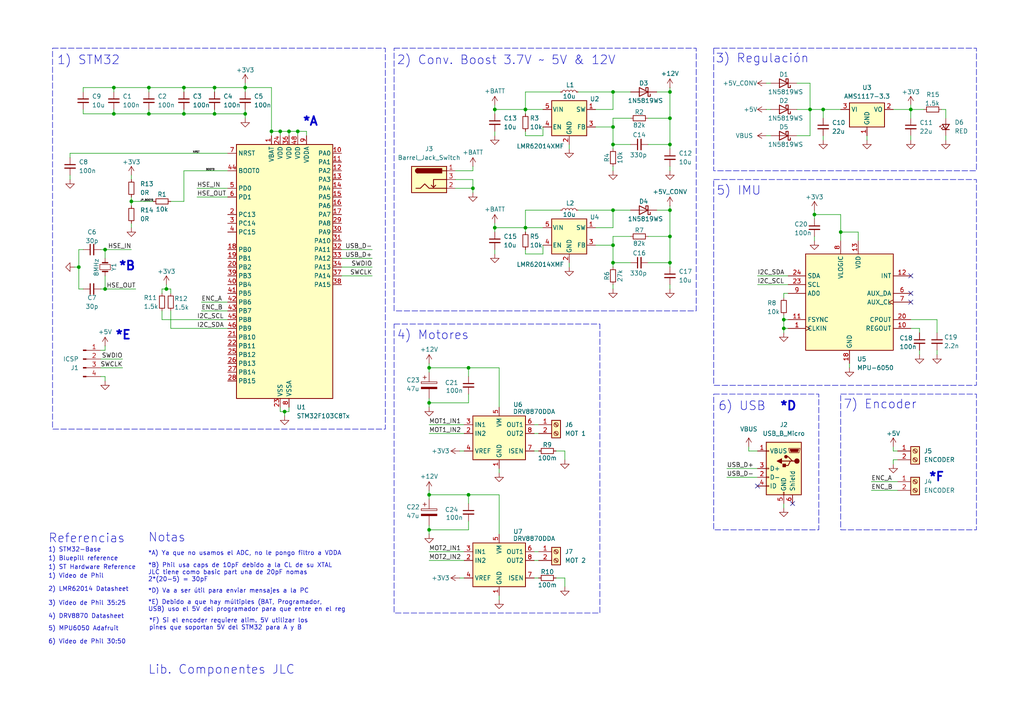
<source format=kicad_sch>
(kicad_sch (version 20231120) (generator "eeschema") (generator_version "8.0")
  (paper "A4")
  (junction (at 124.46 143.51))
  (junction (at 38.1 58.42))
  (junction (at 177.8 26.67))
  (junction (at 135.89 106.68))
  (junction (at 143.51 31.75))
  (junction (at 30.48 72.39))
  (junction (at 124.46 106.68))
  (junction (at 152.4 31.75))
  (junction (at 33.02 33.02))
  (junction (at 194.31 34.29))
  (junction (at 48.26 83.82))
  (junction (at 82.55 119.38))
  (junction (at 81.28 38.1))
  (junction (at 43.18 33.02))
  (junction (at 137.16 54.61))
  (junction (at 78.74 38.1))
  (junction (at 264.16 31.75))
  (junction (at 194.31 68.58))
  (junction (at 71.12 33.02))
  (junction (at 177.8 36.83))
  (junction (at 152.4 66.04))
  (junction (at 194.31 60.96))
  (junction (at 234.95 31.75))
  (junction (at 194.31 26.67))
  (junction (at 83.82 38.1))
  (junction (at 236.22 62.23))
  (junction (at 194.31 76.2))
  (junction (at 243.84 67.31))
  (junction (at 124.46 153.67))
  (junction (at 177.8 71.12))
  (junction (at 177.8 76.2))
  (junction (at 71.12 25.4))
  (junction (at 227.33 95.25))
  (junction (at 177.8 41.91))
  (junction (at 43.18 25.4))
  (junction (at 62.23 25.4))
  (junction (at 177.8 60.96))
  (junction (at 33.02 25.4))
  (junction (at 135.89 143.51))
  (junction (at 53.34 25.4))
  (junction (at 86.36 38.1))
  (junction (at 30.48 83.82))
  (junction (at 143.51 66.04))
  (junction (at 53.34 33.02))
  (junction (at 62.23 33.02))
  (junction (at 194.31 41.91))
  (junction (at 124.46 116.84))
  (junction (at 22.86 77.47))
  (junction (at 238.76 31.75))
  (junction (at 227.33 92.71))
  (no_connect (at 229.87 146.05))
  (no_connect (at 264.16 85.09))
  (no_connect (at 264.16 80.01))
  (no_connect (at 219.71 140.97))
  (no_connect (at 264.16 87.63))
  (wire (pts (xy 234.95 24.13) (xy 234.95 31.75)))
  (wire (pts (xy 22.86 77.47) (xy 22.86 83.82)))
  (wire (pts (xy 35.56 106.68) (xy 29.21 106.68)))
  (wire (pts (xy 71.12 33.02) (xy 71.12 31.75)))
  (wire (pts (xy 30.48 109.22) (xy 30.48 110.49)))
  (wire (pts (xy 177.8 41.91) (xy 177.8 43.18)))
  (wire (pts (xy 124.46 105.41) (xy 124.46 106.68)))
  (wire (pts (xy 152.4 31.75) (xy 152.4 33.02)))
  (wire (pts (xy 217.17 130.81) (xy 217.17 129.54)))
  (wire (pts (xy 33.02 31.75) (xy 33.02 33.02)))
  (wire (pts (xy 38.1 72.39) (xy 30.48 72.39)))
  (wire (pts (xy 152.4 60.96) (xy 162.56 60.96)))
  (wire (pts (xy 251.46 39.37) (xy 251.46 40.64)))
  (wire (pts (xy 177.8 76.2) (xy 177.8 77.47)))
  (wire (pts (xy 157.48 71.12) (xy 157.48 73.66)))
  (wire (pts (xy 78.74 38.1) (xy 81.28 38.1)))
  (wire (pts (xy 33.02 33.02) (xy 43.18 33.02)))
  (wire (pts (xy 177.8 76.2) (xy 177.8 71.12)))
  (wire (pts (xy 86.36 38.1) (xy 88.9 38.1)))
  (wire (pts (xy 62.23 25.4) (xy 71.12 25.4)))
  (wire (pts (xy 248.92 67.31) (xy 248.92 69.85)))
  (wire (pts (xy 133.35 130.81) (xy 134.62 130.81)))
  (wire (pts (xy 35.56 104.14) (xy 29.21 104.14)))
  (wire (pts (xy 38.1 64.77) (xy 38.1 66.04)))
  (wire (pts (xy 234.95 39.37) (xy 234.95 31.75)))
  (wire (pts (xy 24.13 33.02) (xy 33.02 33.02)))
  (wire (pts (xy 46.99 83.82) (xy 48.26 83.82)))
  (wire (pts (xy 124.46 153.67) (xy 124.46 154.94)))
  (wire (pts (xy 30.48 80.01) (xy 30.48 83.82)))
  (wire (pts (xy 190.5 26.67) (xy 194.31 26.67)))
  (wire (pts (xy 157.48 36.83) (xy 157.48 39.37)))
  (wire (pts (xy 144.78 143.51) (xy 135.89 143.51)))
  (wire (pts (xy 57.15 57.15) (xy 66.04 57.15)))
  (wire (pts (xy 236.22 62.23) (xy 236.22 63.5)))
  (wire (pts (xy 132.08 49.53) (xy 137.16 49.53)))
  (wire (pts (xy 152.4 31.75) (xy 152.4 26.67)))
  (wire (pts (xy 124.46 116.84) (xy 124.46 118.11)))
  (wire (pts (xy 194.31 76.2) (xy 194.31 77.47)))
  (wire (pts (xy 137.16 52.07) (xy 137.16 54.61)))
  (wire (pts (xy 264.16 31.75) (xy 264.16 34.29)))
  (wire (pts (xy 99.06 77.47) (xy 107.95 77.47)))
  (wire (pts (xy 86.36 38.1) (xy 83.82 38.1)))
  (wire (pts (xy 264.16 39.37) (xy 264.16 40.64)))
  (wire (pts (xy 259.08 31.75) (xy 264.16 31.75)))
  (wire (pts (xy 234.95 31.75) (xy 238.76 31.75)))
  (wire (pts (xy 252.73 139.7) (xy 260.35 139.7)))
  (wire (pts (xy 252.73 142.24) (xy 260.35 142.24)))
  (wire (pts (xy 227.33 146.05) (xy 227.33 147.32)))
  (wire (pts (xy 33.02 25.4) (xy 33.02 26.67)))
  (wire (pts (xy 81.28 38.1) (xy 81.28 39.37)))
  (wire (pts (xy 246.38 105.41) (xy 246.38 106.68)))
  (wire (pts (xy 53.34 58.42) (xy 53.34 49.53)))
  (wire (pts (xy 210.82 138.43) (xy 219.71 138.43)))
  (wire (pts (xy 152.4 31.75) (xy 157.48 31.75)))
  (wire (pts (xy 135.89 114.3) (xy 135.89 116.84)))
  (wire (pts (xy 124.46 142.24) (xy 124.46 143.51)))
  (wire (pts (xy 86.36 39.37) (xy 86.36 38.1)))
  (wire (pts (xy 157.48 39.37) (xy 152.4 39.37)))
  (wire (pts (xy 58.42 90.17) (xy 66.04 90.17)))
  (wire (pts (xy 264.16 95.25) (xy 266.7 95.25)))
  (wire (pts (xy 259.08 133.35) (xy 259.08 134.62)))
  (wire (pts (xy 177.8 34.29) (xy 177.8 36.83)))
  (wire (pts (xy 177.8 71.12) (xy 172.72 71.12)))
  (wire (pts (xy 227.33 95.25) (xy 227.33 92.71)))
  (wire (pts (xy 137.16 49.53) (xy 137.16 48.26)))
  (wire (pts (xy 274.32 39.37) (xy 274.32 40.64)))
  (wire (pts (xy 238.76 31.75) (xy 243.84 31.75)))
  (wire (pts (xy 22.86 72.39) (xy 22.86 77.47)))
  (wire (pts (xy 177.8 26.67) (xy 182.88 26.67)))
  (wire (pts (xy 236.22 68.58) (xy 236.22 69.85)))
  (wire (pts (xy 49.53 83.82) (xy 49.53 85.09)))
  (wire (pts (xy 167.64 26.67) (xy 177.8 26.67)))
  (wire (pts (xy 143.51 30.48) (xy 143.51 31.75)))
  (wire (pts (xy 177.8 66.04) (xy 177.8 60.96)))
  (wire (pts (xy 194.31 82.55) (xy 194.31 83.82)))
  (wire (pts (xy 260.35 130.81) (xy 259.08 130.81)))
  (wire (pts (xy 124.46 106.68) (xy 124.46 107.95)))
  (wire (pts (xy 49.53 95.25) (xy 49.53 90.17)))
  (wire (pts (xy 29.21 109.22) (xy 30.48 109.22)))
  (wire (pts (xy 99.06 74.93) (xy 107.95 74.93)))
  (wire (pts (xy 231.14 31.75) (xy 234.95 31.75)))
  (wire (pts (xy 152.4 73.66) (xy 152.4 72.39)))
  (wire (pts (xy 20.32 50.8) (xy 20.32 52.07)))
  (wire (pts (xy 99.06 80.01) (xy 107.95 80.01)))
  (wire (pts (xy 71.12 33.02) (xy 71.12 34.29)))
  (wire (pts (xy 46.99 85.09) (xy 46.99 83.82)))
  (wire (pts (xy 78.74 39.37) (xy 78.74 38.1)))
  (wire (pts (xy 143.51 66.04) (xy 143.51 67.31)))
  (wire (pts (xy 259.08 130.81) (xy 259.08 129.54)))
  (wire (pts (xy 124.46 115.57) (xy 124.46 116.84)))
  (wire (pts (xy 53.34 25.4) (xy 62.23 25.4)))
  (wire (pts (xy 182.88 41.91) (xy 177.8 41.91)))
  (wire (pts (xy 177.8 41.91) (xy 177.8 36.83)))
  (wire (pts (xy 82.55 119.38) (xy 81.28 119.38)))
  (wire (pts (xy 222.25 39.37) (xy 223.52 39.37)))
  (wire (pts (xy 227.33 91.44) (xy 227.33 92.71)))
  (wire (pts (xy 243.84 67.31) (xy 248.92 67.31)))
  (wire (pts (xy 43.18 31.75) (xy 43.18 33.02)))
  (wire (pts (xy 48.26 83.82) (xy 49.53 83.82)))
  (wire (pts (xy 71.12 25.4) (xy 78.74 25.4)))
  (wire (pts (xy 124.46 125.73) (xy 134.62 125.73)))
  (wire (pts (xy 29.21 101.6) (xy 30.48 101.6)))
  (wire (pts (xy 154.94 123.19) (xy 156.21 123.19)))
  (wire (pts (xy 165.1 76.2) (xy 165.1 77.47)))
  (wire (pts (xy 238.76 39.37) (xy 238.76 40.64)))
  (wire (pts (xy 135.89 106.68) (xy 135.89 109.22)))
  (wire (pts (xy 236.22 62.23) (xy 243.84 62.23)))
  (wire (pts (xy 124.46 153.67) (xy 135.89 153.67)))
  (wire (pts (xy 271.78 101.6) (xy 271.78 102.87)))
  (wire (pts (xy 81.28 38.1) (xy 83.82 38.1)))
  (wire (pts (xy 266.7 95.25) (xy 266.7 96.52)))
  (wire (pts (xy 53.34 49.53) (xy 66.04 49.53)))
  (wire (pts (xy 38.1 57.15) (xy 38.1 58.42)))
  (wire (pts (xy 124.46 116.84) (xy 135.89 116.84)))
  (wire (pts (xy 243.84 67.31) (xy 243.84 69.85)))
  (wire (pts (xy 152.4 66.04) (xy 152.4 60.96)))
  (wire (pts (xy 177.8 60.96) (xy 182.88 60.96)))
  (wire (pts (xy 144.78 118.11) (xy 144.78 106.68)))
  (wire (pts (xy 53.34 33.02) (xy 62.23 33.02)))
  (wire (pts (xy 264.16 31.75) (xy 267.97 31.75)))
  (wire (pts (xy 82.55 119.38) (xy 83.82 119.38)))
  (wire (pts (xy 228.6 95.25) (xy 227.33 95.25)))
  (wire (pts (xy 124.46 143.51) (xy 135.89 143.51)))
  (wire (pts (xy 194.31 68.58) (xy 194.31 76.2)))
  (wire (pts (xy 165.1 41.91) (xy 165.1 43.18)))
  (wire (pts (xy 22.86 72.39) (xy 24.13 72.39)))
  (wire (pts (xy 177.8 48.26) (xy 177.8 49.53)))
  (wire (pts (xy 182.88 68.58) (xy 177.8 68.58)))
  (wire (pts (xy 177.8 82.55) (xy 177.8 83.82)))
  (wire (pts (xy 132.08 54.61) (xy 137.16 54.61)))
  (wire (pts (xy 161.29 167.64) (xy 163.83 167.64)))
  (wire (pts (xy 194.31 60.96) (xy 194.31 68.58)))
  (wire (pts (xy 124.46 123.19) (xy 134.62 123.19)))
  (wire (pts (xy 124.46 160.02) (xy 134.62 160.02)))
  (wire (pts (xy 57.15 54.61) (xy 66.04 54.61)))
  (wire (pts (xy 143.51 31.75) (xy 143.51 33.02)))
  (wire (pts (xy 227.33 95.25) (xy 227.33 96.52)))
  (wire (pts (xy 24.13 25.4) (xy 33.02 25.4)))
  (wire (pts (xy 58.42 87.63) (xy 66.04 87.63)))
  (wire (pts (xy 53.34 31.75) (xy 53.34 33.02)))
  (wire (pts (xy 194.31 48.26) (xy 194.31 49.53)))
  (wire (pts (xy 48.26 82.55) (xy 48.26 83.82)))
  (wire (pts (xy 194.31 41.91) (xy 194.31 43.18)))
  (wire (pts (xy 144.78 172.72) (xy 144.78 173.99)))
  (wire (pts (xy 143.51 31.75) (xy 152.4 31.75)))
  (wire (pts (xy 43.18 25.4) (xy 43.18 26.67)))
  (wire (pts (xy 154.94 125.73) (xy 156.21 125.73)))
  (wire (pts (xy 182.88 34.29) (xy 177.8 34.29)))
  (wire (pts (xy 143.51 72.39) (xy 143.51 73.66)))
  (wire (pts (xy 163.83 130.81) (xy 163.83 133.35)))
  (wire (pts (xy 154.94 160.02) (xy 156.21 160.02)))
  (wire (pts (xy 187.96 41.91) (xy 194.31 41.91)))
  (wire (pts (xy 83.82 118.11) (xy 83.82 119.38)))
  (wire (pts (xy 135.89 151.13) (xy 135.89 153.67)))
  (wire (pts (xy 274.32 31.75) (xy 274.32 34.29)))
  (wire (pts (xy 177.8 31.75) (xy 177.8 26.67)))
  (wire (pts (xy 30.48 72.39) (xy 30.48 74.93)))
  (wire (pts (xy 219.71 130.81) (xy 217.17 130.81)))
  (wire (pts (xy 152.4 66.04) (xy 157.48 66.04)))
  (wire (pts (xy 152.4 66.04) (xy 152.4 67.31)))
  (wire (pts (xy 187.96 76.2) (xy 194.31 76.2)))
  (wire (pts (xy 264.16 30.48) (xy 264.16 31.75)))
  (wire (pts (xy 124.46 162.56) (xy 134.62 162.56)))
  (wire (pts (xy 88.9 38.1) (xy 88.9 39.37)))
  (wire (pts (xy 236.22 60.96) (xy 236.22 62.23)))
  (wire (pts (xy 238.76 34.29) (xy 238.76 31.75)))
  (wire (pts (xy 144.78 106.68) (xy 135.89 106.68)))
  (wire (pts (xy 71.12 24.13) (xy 71.12 25.4)))
  (wire (pts (xy 44.45 58.42) (xy 38.1 58.42)))
  (wire (pts (xy 29.21 72.39) (xy 30.48 72.39)))
  (wire (pts (xy 133.35 167.64) (xy 134.62 167.64)))
  (wire (pts (xy 152.4 39.37) (xy 152.4 38.1)))
  (wire (pts (xy 144.78 135.89) (xy 144.78 137.16)))
  (wire (pts (xy 161.29 130.81) (xy 163.83 130.81)))
  (wire (pts (xy 163.83 167.64) (xy 163.83 170.18)))
  (wire (pts (xy 33.02 25.4) (xy 43.18 25.4)))
  (wire (pts (xy 78.74 25.4) (xy 78.74 38.1)))
  (wire (pts (xy 266.7 101.6) (xy 266.7 102.87)))
  (wire (pts (xy 194.31 59.69) (xy 194.31 60.96)))
  (wire (pts (xy 71.12 25.4) (xy 71.12 26.67)))
  (wire (pts (xy 46.99 92.71) (xy 66.04 92.71)))
  (wire (pts (xy 62.23 31.75) (xy 62.23 33.02)))
  (wire (pts (xy 143.51 38.1) (xy 143.51 39.37)))
  (wire (pts (xy 273.05 31.75) (xy 274.32 31.75)))
  (wire (pts (xy 124.46 152.4) (xy 124.46 153.67)))
  (wire (pts (xy 177.8 68.58) (xy 177.8 71.12)))
  (wire (pts (xy 21.59 77.47) (xy 22.86 77.47)))
  (wire (pts (xy 30.48 83.82) (xy 39.37 83.82)))
  (wire (pts (xy 228.6 85.09) (xy 227.33 85.09)))
  (wire (pts (xy 194.31 25.4) (xy 194.31 26.67)))
  (wire (pts (xy 124.46 143.51) (xy 124.46 144.78)))
  (wire (pts (xy 135.89 143.51) (xy 135.89 146.05)))
  (wire (pts (xy 43.18 33.02) (xy 53.34 33.02)))
  (wire (pts (xy 124.46 106.68) (xy 135.89 106.68)))
  (wire (pts (xy 30.48 101.6) (xy 30.48 100.33)))
  (wire (pts (xy 190.5 60.96) (xy 194.31 60.96)))
  (wire (pts (xy 187.96 34.29) (xy 194.31 34.29)))
  (wire (pts (xy 46.99 92.71) (xy 46.99 90.17)))
  (wire (pts (xy 194.31 34.29) (xy 194.31 41.91)))
  (wire (pts (xy 62.23 33.02) (xy 71.12 33.02)))
  (wire (pts (xy 194.31 26.67) (xy 194.31 34.29)))
  (wire (pts (xy 20.32 44.45) (xy 66.04 44.45)))
  (wire (pts (xy 132.08 52.07) (xy 137.16 52.07)))
  (wire (pts (xy 83.82 39.37) (xy 83.82 38.1)))
  (wire (pts (xy 231.14 24.13) (xy 234.95 24.13)))
  (wire (pts (xy 24.13 83.82) (xy 22.86 83.82)))
  (wire (pts (xy 182.88 76.2) (xy 177.8 76.2)))
  (wire (pts (xy 231.14 39.37) (xy 234.95 39.37)))
  (wire (pts (xy 20.32 45.72) (xy 20.32 44.45)))
  (wire (pts (xy 144.78 154.94) (xy 144.78 143.51)))
  (wire (pts (xy 172.72 31.75) (xy 177.8 31.75)))
  (wire (pts (xy 154.94 130.81) (xy 156.21 130.81)))
  (wire (pts (xy 222.25 31.75) (xy 223.52 31.75)))
  (wire (pts (xy 24.13 26.67) (xy 24.13 25.4)))
  (wire (pts (xy 38.1 50.8) (xy 38.1 52.07)))
  (wire (pts (xy 99.06 72.39) (xy 107.95 72.39)))
  (wire (pts (xy 49.53 58.42) (xy 53.34 58.42)))
  (wire (pts (xy 227.33 85.09) (xy 227.33 86.36)))
  (wire (pts (xy 219.71 80.01) (xy 228.6 80.01)))
  (wire (pts (xy 187.96 68.58) (xy 194.31 68.58)))
  (wire (pts (xy 157.48 73.66) (xy 152.4 73.66)))
  (wire (pts (xy 43.18 25.4) (xy 53.34 25.4)))
  (wire (pts (xy 81.28 119.38) (xy 81.28 118.11)))
  (wire (pts (xy 172.72 66.04) (xy 177.8 66.04)))
  (wire (pts (xy 30.48 83.82) (xy 29.21 83.82)))
  (wire (pts (xy 227.33 92.71) (xy 228.6 92.71)))
  (wire (pts (xy 154.94 162.56) (xy 156.21 162.56)))
  (wire (pts (xy 82.55 120.65) (xy 82.55 119.38)))
  (wire (pts (xy 271.78 96.52) (xy 271.78 92.71)))
  (wire (pts (xy 177.8 36.83) (xy 172.72 36.83)))
  (wire (pts (xy 167.64 60.96) (xy 177.8 60.96)))
  (wire (pts (xy 219.71 82.55) (xy 228.6 82.55)))
  (wire (pts (xy 154.94 167.64) (xy 156.21 167.64)))
  (wire (pts (xy 24.13 31.75) (xy 24.13 33.02)))
  (wire (pts (xy 49.53 95.25) (xy 66.04 95.25)))
  (wire (pts (xy 62.23 25.4) (xy 62.23 26.67)))
  (wire (pts (xy 143.51 66.04) (xy 152.4 66.04)))
  (wire (pts (xy 260.35 133.35) (xy 259.08 133.35)))
  (wire (pts (xy 222.25 24.13) (xy 223.52 24.13)))
  (wire (pts (xy 53.34 25.4) (xy 53.34 26.67)))
  (wire (pts (xy 210.82 135.89) (xy 219.71 135.89)))
  (wire (pts (xy 143.51 64.77) (xy 143.51 66.04)))
  (wire (pts (xy 152.4 26.67) (xy 162.56 26.67)))
  (wire (pts (xy 38.1 58.42) (xy 38.1 59.69)))
  (wire (pts (xy 137.16 54.61) (xy 137.16 55.88)))
  (wire (pts (xy 243.84 62.23) (xy 243.84 67.31)))
  (wire (pts (xy 271.78 92.71) (xy 264.16 92.71)))
  (rectangle (start 243.84 114.3) (end 283.21 153.67) (stroke (width 0) (type dash)))
  (rectangle (start 114.3 93.98) (end 173.99 177.8) (stroke (width 0) (type dash)))
  (rectangle (start 15.24 13.97) (end 111.76 124.46) (stroke (width 0) (type dash)))
  (rectangle (start 114.3 13.97) (end 201.93 90.17) (stroke (width 0) (type dash)))
  (rectangle (start 207.01 52.07) (end 283.21 111.76) (stroke (width 0) (type dash)))
  (rectangle (start 207.01 13.97) (end 283.21 49.53) (stroke (width 0) (type dash)))
  (rectangle (start 207.01 114.3) (end 237.49 153.67) (stroke (width 0) (type dash)))
  (text "Lib. Componentes JLC" (at 42.926 195.834 0) (effects (font (size 2.54 2.54)) (justify left bottom)))
  (text "1) Bluepill reference" (at 13.97 162.814 0) (effects (font (size 1.27 1.27)) (justify left bottom)))
  (text "1) STM32-Base" (at 13.97 160.274 0) (effects (font (size 1.27 1.27)) (justify left bottom)))
  (text "4) DRV8870 Datasheet" (at 13.97 179.578 0) (effects (font (size 1.27 1.27)) (justify left bottom)))
  (text "*A) Ya que no usamos el ADC, no le pongo filtro a VDDA" (at 42.926 161.29 0) (effects (font (size 1.27 1.27)) (justify left bottom)))
  (text "*B) Phil usa caps de 10pF debido a la CL de su XTAL\nJLC tiene como basic part una de 20pF nomas\n2*(20-5) = 30pF" (at 42.926 168.91 0) (effects (font (size 1.27 1.27)) (justify left bottom)))
  (text "*F) Si el encoder requiere alim. 5V utilizar los\npines que soportan 5V del STM32 para A y B\n" (at 43.18 182.88 0) (effects (font (size 1.27 1.27)) (justify left bottom)))
  (text "*A" (at 87.63 36.83 0) (effects (font (size 2.54 2.54) (thickness 0.508) (bold yes)) (justify left bottom)))
  (text "6) USB" (at 208.28 119.38 0) (effects (font (size 2.54 2.54)) (justify left bottom)))
  (text "*D" (at 226.06 119.38 0) (effects (font (size 2.54 2.54) (thickness 0.508) (bold yes)) (justify left bottom)))
  (text "7) Encoder" (at 244.602 118.872 0) (effects (font (size 2.54 2.54)) (justify left bottom)))
  (text "5) MPU6050 Adafruit" (at 13.97 183.134 0) (effects (font (size 1.27 1.27)) (justify left bottom)))
  (text "3) Regulación" (at 207.518 18.542 0) (effects (font (size 2.54 2.54)) (justify left bottom)))
  (text "*E) Debido a que hay múltiples (BAT, Programador,\nUSB) uso el 5V del programador para que entre en el reg" (at 42.926 177.546 0) (effects (font (size 1.27 1.27)) (justify left bottom)))
  (text "2) LMR62014 Datasheet" (at 13.97 171.704 0) (effects (font (size 1.27 1.27)) (justify left bottom)))
  (text "*B" (at 34.29 78.74 0) (effects (font (size 2.54 2.54) (thickness 0.508) (bold yes)) (justify left bottom)))
  (text "*F" (at 269.24 139.954 0) (effects (font (size 2.54 2.54) (thickness 0.508) (bold yes)) (justify left bottom)))
  (text "1) ST Hardware Reference" (at 13.97 165.354 0) (effects (font (size 1.27 1.27)) (justify left bottom)))
  (text "*E" (at 33.274 98.806 0) (effects (font (size 2.54 2.54) (thickness 0.508) (bold yes)) (justify left bottom)))
  (text "4) Motores" (at 115.062 98.806 0) (effects (font (size 2.54 2.54)) (justify left bottom)))
  (text "3) Video de Phil 35:25" (at 13.97 175.768 0) (effects (font (size 1.27 1.27)) (justify left bottom)))
  (text "Referencias" (at 13.97 157.734 0) (effects (font (size 2.54 2.54)) (justify left bottom)))
  (text "*D) Va a ser útil para enviar mensajes a la PC" (at 42.926 172.212 0) (effects (font (size 1.27 1.27)) (justify left bottom)))
  (text "1) STM32" (at 16.51 19.05 0) (effects (font (size 2.54 2.54)) (justify left bottom)))
  (text "1) Video de Phil" (at 13.97 167.894 0) (effects (font (size 1.27 1.27)) (justify left bottom)))
  (text "2) Conv. Boost 3.7V ~ 5V & 12V" (at 115.062 19.05 0) (effects (font (size 2.54 2.54)) (justify left bottom)))
  (text "5) IMU" (at 207.772 56.896 0) (effects (font (size 2.54 2.54)) (justify left bottom)))
  (text "6) Video de Phil 30:50" (at 13.97 186.944 0) (effects (font (size 1.27 1.27)) (justify left bottom)))
  (text "Notas" (at 42.926 157.48 0) (effects (font (size 2.54 2.54)) (justify left bottom)))
  (label "MOT2_IN1" (at 124.46 160.02 0))
  (label "JP_BOOT0" (at 40.64 58.42 0) (effects (font (size 0.508 0.508))))
  (label "USB_D+" (at 210.82 135.89 0))
  (label "I2C_SDA" (at 219.71 80.01 0))
  (label "HSE_OUT" (at 39.37 83.82 180))
  (label "ENC_B" (at 252.73 142.24 0))
  (label "ENC_A" (at 58.42 87.63 0))
  (label "MOT1_IN2" (at 124.46 125.73 0))
  (label "NRST" (at 55.88 44.45 0) (effects (font (size 0.508 0.508))))
  (label "ENC_A" (at 252.73 139.7 0))
  (label "USB_D-" (at 107.95 72.39 180))
  (label "BOOT0" (at 59.69 49.53 0) (effects (font (size 0.508 0.508))))
  (label "MOT1_IN1" (at 124.46 123.19 0))
  (label "SWDIO" (at 35.56 104.14 180))
  (label "SWCLK" (at 35.56 106.68 180))
  (label "SWCLK" (at 107.95 80.01 180))
  (label "USB_D+" (at 107.95 74.93 180))
  (label "ENC_B" (at 58.42 90.17 0))
  (label "MOT2_IN2" (at 124.46 162.56 0))
  (label "I2C_SDA" (at 57.15 95.25 0))
  (label "I2C_SCL" (at 219.71 82.55 0))
  (label "HSE_OUT" (at 57.15 57.15 0))
  (label "HSE_IN" (at 57.15 54.61 0))
  (label "HSE_IN" (at 38.1 72.39 180))
  (label "I2C_SCL" (at 57.15 92.71 0))
  (label "SWDIO" (at 107.95 77.47 180))
  (label "USB_D-" (at 210.82 138.43 0))
  (symbol (lib_id "Device:R_Small") (at 49.53 87.63 180) (unit 1)
    (property "Reference" "R12" (at 50.546 86.614 0) (effects (justify right)))
    (property "Value" "1.5k" (at 50.546 89.154 0) (effects (justify right)))
    (property "Footprint" "Resistor_SMD:R_0603_1608Metric" (effects (hide yes)))
    (property "Datasheet" "https://wmsc.lcsc.com/wmsc/upload/file/pdf/v2/lcsc/2206010130_UNI-ROYAL-Uniroyal-Elec-0603WAF1501T5E_C22843.pdf" (effects (hide yes)))
    (property "JLCPCB" "C22843" (effects (hide yes)))
    (property "Link" "https://jlcpcb.com/partdetail/23570-0603WAF1501T5E/C22843" (effects (hide yes)))
  )
  (symbol (lib_id "Diode:1N5819WS") (at 227.33 24.13 180) (unit 1)
    (property "Reference" "D1" (at 227.33 21.59 0))
    (property "Value" "1N5819WS" (at 227.838 26.67 0))
    (property "Footprint" "Diode_SMD:D_SOD-323" (effects (hide yes)))
    (property "Datasheet" "https://datasheet.lcsc.com/lcsc/2204281430_Guangdong-Hottech-1N5819WS_C191023.pdf" (effects (hide yes)))
    (property "Description" "40V 600mV@1A 1A SOD-323 Schottky Barrier Diodes, SOD-323" (effects (hide yes)))
    (property "JLCPCB" "C191023" (effects (hide yes)))
    (property "Link" "https://jlcpcb.com/partdetail/GuangdongHottech-1N5819WS/C191023" (effects (hide yes)))
  )
  (symbol (lib_id "power:GND") (at 30.48 110.49 0) (mirror y) (unit 1)
    (property "Reference" "#PWR019" (effects (hide yes)))
    (property "Value" "GND" (effects (hide yes)))
  )
  (symbol (lib_id "power:VBUS") (at 217.17 129.54 0) (unit 1)
    (property "Reference" "#PWR028" (effects (hide yes)))
    (property "Value" "VBUS" (at 217.17 124.46 0))
    (property "Description" "Power symbol creates a global label with name \"VBUS\"" (effects (hide yes)))
  )
  (symbol (lib_id "power:GND") (at 246.38 106.68 0) (unit 1)
    (property "Reference" "#PWR031" (effects (hide yes)))
    (property "Value" "GND" (effects (hide yes)))
  )
  (symbol (lib_id "power:GND") (at 144.78 137.16 0) (unit 1)
    (property "Reference" "#PWR041" (effects (hide yes)))
    (property "Value" "GND" (effects (hide yes)))
  )
  (symbol (lib_id "power:GND") (at 165.1 43.18 0) (unit 1)
    (property "Reference" "#PWR01" (effects (hide yes)))
    (property "Value" "GND" (effects (hide yes)))
  )
  (symbol (lib_id "Device:C_Small") (at 143.51 35.56 0) (unit 1)
    (property "Reference" "C13" (at 146.05 34.2963 0) (effects (justify left)))
    (property "Value" "10u" (at 146.05 36.8363 0) (effects (justify left)))
    (property "Footprint" "Capacitor_SMD:C_0603_1608Metric" (effects (hide yes)))
    (property "Datasheet" "https://wmsc.lcsc.com/wmsc/upload/file/pdf/v2/lcsc/2304140030_Samsung-Electro-Mechanics-CL10A106KP8NNNC_C19702.pdf" (effects (hide yes)))
    (property "JLCPCB" "C19702" (effects (hide yes)))
    (property "Link" "https://jlcpcb.com/partdetail/20411-CL10A106KP8NNNC/C19702" (effects (hide yes)))
  )
  (symbol (lib_id "power:+3V3") (at 38.1 50.8 0) (unit 1)
    (property "Reference" "#PWR09" (effects (hide yes)))
    (property "Value" "+3V3" (at 38.1 46.99 0))
  )
  (symbol (lib_id "Device:C_Small") (at 26.67 83.82 90) (unit 1)
    (property "Reference" "C7" (at 26.67 86.36 90))
    (property "Value" "30p" (at 26.67 88.9 90))
    (property "Footprint" "Capacitor_SMD:C_0603_1608Metric" (effects (hide yes)))
    (property "Datasheet" "https://wmsc.lcsc.com/wmsc/upload/file/pdf/v2/lcsc/2304140030_Samsung-Electro-Mechanics-CL10C200JB8NNNC_C1648.pdf" (effects (hide yes)))
    (property "JLCPCB" "C1648" (effects (hide yes)))
    (property "Link" "https://jlcpcb.com/partdetail/2000-CL10C200JB8NNNC/C1648" (effects (hide yes)))
  )
  (symbol (lib_id "power:+12V") (at 194.31 25.4 0) (unit 1)
    (property "Reference" "#PWR021" (effects (hide yes)))
    (property "Value" "+12V" (at 194.31 21.336 0))
    (property "Description" "Power symbol creates a global label with name \"+12V\"" (effects (hide yes)))
  )
  (symbol (lib_id "Device:R_Small") (at 158.75 167.64 90) (unit 1)
    (property "Reference" "R10" (at 158.75 165.862 90))
    (property "Value" "100m" (at 158.75 169.672 90))
    (property "Footprint" "Resistor_SMD:R_1206_3216Metric" (effects (hide yes)))
    (property "Datasheet" "https://wmsc.lcsc.com/wmsc/upload/file/pdf/v2/lcsc/2205311900_UNI-ROYAL-Uniroyal-Elec-1206W4F100LT5E_C25334.pdf" (effects (hide yes)))
    (property "JLCPCB" "C25334" (effects (hide yes)))
    (property "Link" "https://jlcpcb.com/partdetail/26077-1206W4F100LT5E/C25334" (effects (hide yes)))
  )
  (symbol (lib_id "power:+3V3") (at 133.35 130.81 90) (unit 1)
    (property "Reference" "#PWR043" (effects (hide yes)))
    (property "Value" "+3V3" (at 127.762 130.81 90))
  )
  (symbol (lib_id "power:GND") (at 264.16 40.64 0) (unit 1)
    (property "Reference" "#PWR06" (effects (hide yes)))
    (property "Value" "GND" (effects (hide yes)))
  )
  (symbol (lib_id "Connector:Barrel_Jack_Switch") (at 124.46 52.07 0) (unit 1)
    (property "Reference" "J3" (at 124.46 43.18 0))
    (property "Value" "Barrel_Jack_Switch" (at 124.46 45.72 0))
    (property "Footprint" "Connector_BarrelJack:BarrelJack_GCT_DCJ200-10-A_Horizontal" (effects (hide yes)))
    (property "Description" "DC Barrel Jack with an internal switch" (effects (hide yes)))
  )
  (symbol (lib_id "Diode:1N5819WS") (at 227.33 39.37 180) (unit 1)
    (property "Reference" "D5" (at 227.33 36.83 0))
    (property "Value" "1N5819WS" (at 227.838 41.91 0))
    (property "Footprint" "Diode_SMD:D_SOD-323" (effects (hide yes)))
    (property "Datasheet" "https://datasheet.lcsc.com/lcsc/2204281430_Guangdong-Hottech-1N5819WS_C191023.pdf" (effects (hide yes)))
    (property "Description" "40V 600mV@1A 1A SOD-323 Schottky Barrier Diodes, SOD-323" (effects (hide yes)))
    (property "JLCPCB" "C191023" (effects (hide yes)))
    (property "Link" "https://jlcpcb.com/partdetail/GuangdongHottech-1N5819WS/C191023" (effects (hide yes)))
  )
  (symbol (lib_id "Device:C_Small") (at 194.31 80.01 0) (unit 1)
    (property "Reference" "C17" (at 196.85 78.7463 0) (effects (justify left)))
    (property "Value" "10u" (at 196.85 81.2863 0) (effects (justify left)))
    (property "Footprint" "Capacitor_SMD:C_0603_1608Metric" (effects (hide yes)))
    (property "Datasheet" "https://wmsc.lcsc.com/wmsc/upload/file/pdf/v2/lcsc/2304140030_Samsung-Electro-Mechanics-CL10A106KP8NNNC_C19702.pdf" (effects (hide yes)))
    (property "JLCPCB" "C19702" (effects (hide yes)))
    (property "Link" "https://jlcpcb.com/partdetail/20411-CL10A106KP8NNNC/C19702" (effects (hide yes)))
  )
  (symbol (lib_id "Regulator_Switching:LMR62014XMF") (at 165.1 68.58 0) (unit 1)
    (property "Reference" "U4" (at 172.466 62.992 0))
    (property "Value" "LMR62014XMF" (at 156.718 76.708 0))
    (property "Footprint" "Package_TO_SOT_SMD:SOT-23-5" (effects (hide yes)))
    (property "Datasheet" "http://www.ti.com/lit/ds/symlink/lmr62014.pdf" (effects (hide yes)))
    (property "Description" "1.4A, 20Vout Step-Up Voltage Regulator, 1.6MHz Frequency, SOT-23-5" (effects (hide yes)))
    (property "JLCPCB" "C55182" (effects (hide yes)))
    (property "Link" "https://jlcpcb.com/partdetail/TexasInstruments-LMR62014XMFNOPB/C55182" (effects (hide yes)))
  )
  (symbol (lib_id "power:GND") (at 71.12 34.29 0) (unit 1)
    (property "Reference" "#PWR04" (effects (hide yes)))
    (property "Value" "GND" (effects (hide yes)))
  )
  (symbol (lib_id "power:GND") (at 21.59 77.47 270) (unit 1)
    (property "Reference" "#PWR013" (effects (hide yes)))
    (property "Value" "GND" (effects (hide yes)))
  )
  (symbol (lib_id "Device:C_Small") (at 53.34 29.21 0) (unit 1)
    (property "Reference" "C3" (at 55.88 27.9463 0) (effects (justify left)))
    (property "Value" "100n" (at 55.88 30.4863 0) (effects (justify left)))
    (property "Footprint" "Capacitor_SMD:C_0603_1608Metric" (effects (hide yes)))
    (property "Datasheet" "https://wmsc.lcsc.com/wmsc/upload/file/pdf/v2/lcsc/2211101700_YAGEO-CC0603KRX7R9BB104_C14663.pdf" (effects (hide yes)))
    (property "JLCPCB" "C14663" (effects (hide yes)))
    (property "Link" "https://jlcpcb.com/partdetail/Yageo-CC0603KRX7R9BB104/C14663" (effects (hide yes)))
  )
  (symbol (lib_id "power:GND") (at 165.1 77.47 0) (unit 1)
    (property "Reference" "#PWR024" (effects (hide yes)))
    (property "Value" "GND" (effects (hide yes)))
  )
  (symbol (lib_id "power:GND") (at 137.16 55.88 0) (unit 1)
    (property "Reference" "#PWR033" (effects (hide yes)))
    (property "Value" "GND" (effects (hide yes)))
  )
  (symbol (lib_id "Diode:1N5819WS") (at 227.33 31.75 180) (unit 1)
    (property "Reference" "D2" (at 227.33 29.21 0))
    (property "Value" "1N5819WS" (at 227.838 34.29 0))
    (property "Footprint" "Diode_SMD:D_SOD-323" (effects (hide yes)))
    (property "Datasheet" "https://datasheet.lcsc.com/lcsc/2204281430_Guangdong-Hottech-1N5819WS_C191023.pdf" (effects (hide yes)))
    (property "Description" "40V 600mV@1A 1A SOD-323 Schottky Barrier Diodes, SOD-323" (effects (hide yes)))
    (property "JLCPCB" "C191023" (effects (hide yes)))
    (property "Link" "https://jlcpcb.com/partdetail/GuangdongHottech-1N5819WS/C191023" (effects (hide yes)))
  )
  (symbol (lib_id "Device:R_Small") (at 158.75 130.81 90) (unit 1)
    (property "Reference" "R9" (at 158.75 129.032 90))
    (property "Value" "100m" (at 158.75 132.842 90))
    (property "Footprint" "Resistor_SMD:R_1206_3216Metric" (effects (hide yes)))
    (property "Datasheet" "https://wmsc.lcsc.com/wmsc/upload/file/pdf/v2/lcsc/2205311900_UNI-ROYAL-Uniroyal-Elec-1206W4F100LT5E_C25334.pdf" (effects (hide yes)))
    (property "JLCPCB" "C25334" (effects (hide yes)))
    (property "Link" "https://jlcpcb.com/partdetail/26077-1206W4F100LT5E/C25334" (effects (hide yes)))
  )
  (symbol (lib_id "Device:L_Small") (at 165.1 26.67 90) (unit 1)
    (property "Reference" "L1" (at 165.354 24.638 90))
    (property "Value" "10u" (at 165.1 27.94 90))
    (property "Footprint" "Inductor_SMD:L_1008_2520Metric" (effects (hide yes)))
    (property "Datasheet" "https://wmsc.lcsc.com/wmsc/upload/file/pdf/v2/lcsc/2304140030_cjiang--Changjiang-Microelectronics-Tech-FHD252012S-100MT_C602018.pdf" (effects (hide yes)))
    (property "Description" "Inductor, small symbol" (effects (hide yes)))
    (property "JLCPCB" "C602018" (effects (hide yes)))
    (property "Link" "https://jlcpcb.com/partdetail/631448-FHD252012S100MT/C602018" (effects (hide yes)))
  )
  (symbol (lib_id "Device:LED_Small") (at 274.32 36.83 90) (unit 1)
    (property "Reference" "D6" (at 276.86 35.4964 90) (effects (justify right)))
    (property "Value" "RED" (at 276.86 38.0364 90) (effects (justify right)))
    (property "Footprint" "LED_SMD:LED_0603_1608Metric" (effects (hide yes)))
    (property "Datasheet" "https://wmsc.lcsc.com/wmsc/upload/file/pdf/v2/lcsc/1810231112_Hubei-KENTO-Elec-KT-0603R_C2286.pdf" (effects (hide yes)))
    (property "Description" "Light emitting diode, small symbol" (effects (hide yes)))
    (property "JLCPCB" "C2286" (effects (hide yes)))
    (property "Link" "https://jlcpcb.com/partdetail/Hubei_KentoElec-KT0603R/C2286" (effects (hide yes)))
  )
  (symbol (lib_id "power:+3V3") (at 133.35 167.64 90) (unit 1)
    (property "Reference" "#PWR047" (effects (hide yes)))
    (property "Value" "+3V3" (at 127.762 167.64 90))
  )
  (symbol (lib_id "power:GND") (at 144.78 173.99 0) (unit 1)
    (property "Reference" "#PWR048" (effects (hide yes)))
    (property "Value" "GND" (effects (hide yes)))
  )
  (symbol (lib_id "Device:R_Small") (at 177.8 45.72 180) (unit 1)
    (property "Reference" "R4" (at 176.022 45.72 90))
    (property "Value" "10k" (at 179.832 45.72 90))
    (property "Footprint" "Resistor_SMD:R_0603_1608Metric" (effects (hide yes)))
    (property "Datasheet" "https://wmsc.lcsc.com/wmsc/upload/file/pdf/v2/lcsc/2206010045_UNI-ROYAL-Uniroyal-Elec-0603WAF1002T5E_C25804.pdf" (effects (hide yes)))
    (property "JLCPCB" "C25804" (effects (hide yes)))
    (property "Link" "https://jlcpcb.com/partdetail/26547-0603WAF1002T5E/C25804" (effects (hide yes)))
  )
  (symbol (lib_id "Device:R_Small") (at 177.8 80.01 180) (unit 1)
    (property "Reference" "R6" (at 176.022 80.01 90))
    (property "Value" "27k" (at 179.832 80.01 90))
    (property "Footprint" "Resistor_SMD:R_0603_1608Metric" (effects (hide yes)))
    (property "Datasheet" "https://wmsc.lcsc.com/wmsc/upload/file/pdf/v2/lcsc/2206010130_UNI-ROYAL-Uniroyal-Elec-0603WAF2702T5E_C22967.pdf" (effects (hide yes)))
    (property "JLCPCB" "C22967" (effects (hide yes)))
    (property "Link" "https://jlcpcb.com/partdetail/23694-0603WAF2702T5E/C22967" (effects (hide yes)))
  )
  (symbol (lib_id "power:GND") (at 274.32 40.64 0) (unit 1)
    (property "Reference" "#PWR051" (effects (hide yes)))
    (property "Value" "GND" (effects (hide yes)))
  )
  (symbol (lib_id "Connector:Screw_Terminal_01x02") (at 265.43 139.7 0) (unit 1)
    (property "Reference" "J4" (at 267.97 139.6999 0) (effects (justify left)))
    (property "Value" "ENCODER" (at 267.97 142.2399 0) (effects (justify left)))
    (property "Footprint" "TerminalBlock:TerminalBlock_bornier-2_P5.08mm" (effects (hide yes)))
    (property "Description" "Generic screw terminal, single row, 01x02, script generated (kicad-library-utils/schlib/autogen/connector/)" (effects (hide yes)))
    (property "JLCPCB" "C474906" (effects (hide yes)))
    (property "Link" "https://jlcpcb.com/partdetail/Cixi_KefaElec-KF127_5_082P/C474906" (effects (hide yes)))
  )
  (symbol (lib_id "Diode:1N5819WS") (at 186.69 26.67 180) (unit 1)
    (property "Reference" "D3" (at 186.69 24.13 0))
    (property "Value" "1N5819WS" (at 187.198 29.21 0))
    (property "Footprint" "Diode_SMD:D_SOD-323" (effects (hide yes)))
    (property "Datasheet" "https://datasheet.lcsc.com/lcsc/2204281430_Guangdong-Hottech-1N5819WS_C191023.pdf" (effects (hide yes)))
    (property "Description" "40V 600mV@1A 1A SOD-323 Schottky Barrier Diodes, SOD-323" (effects (hide yes)))
    (property "JLCPCB" "C191023" (effects (hide yes)))
    (property "Link" "https://jlcpcb.com/partdetail/GuangdongHottech-1N5819WS/C191023" (effects (hide yes)))
  )
  (symbol (lib_id "Device:R_Small") (at 185.42 34.29 90) (unit 1)
    (property "Reference" "R2" (at 185.42 32.512 90))
    (property "Value" "82k" (at 185.42 36.322 90))
    (property "Footprint" "Resistor_SMD:R_0603_1608Metric" (effects (hide yes)))
    (property "Datasheet" "https://wmsc.lcsc.com/wmsc/upload/file/pdf/v2/lcsc/2206010100_UNI-ROYAL-Uniroyal-Elec-0603WAF8202T5E_C23254.pdf" (effects (hide yes)))
    (property "JLCPCB" "C23254" (effects (hide yes)))
    (property "Link" "https://jlcpcb.com/partdetail/23981-0603WAF8202T5E/C23254" (effects (hide yes)))
  )
  (symbol (lib_id "Driver_Motor:DRV8870DDA") (at 144.78 125.73 0) (unit 1)
    (property "Reference" "U6" (at 148.844 117.348 0) (effects (justify left)))
    (property "Value" "DRV8870DDA" (at 148.7521 119.38 0) (effects (justify left)))
    (property "Footprint" "Package_SO:Texas_HTSOP-8-1EP_3.9x4.9mm_P1.27mm_EP2.95x4.9mm_Mask2.4x3.1mm_ThermalVias" (effects (hide yes)))
    (property "Datasheet" "http://www.ti.com/lit/ds/symlink/drv8870.pdf" (effects (hide yes)))
    (property "Description" "Brushed DC Motor Driver, PWM Control, 45V, 3.6A, Dynamic current limiting, HTSOP-8" (effects (hide yes)))
    (property "JLCPCB" "C86590" (effects (hide yes)))
    (property "Link" "https://jlcpcb.com/partdetail/TexasInstruments-DRV8870DDAR/C86590" (effects (hide yes)))
  )
  (symbol (lib_id "power:GND") (at 143.51 39.37 0) (unit 1)
    (property "Reference" "#PWR017" (effects (hide yes)))
    (property "Value" "GND" (effects (hide yes)))
  )
  (symbol (lib_id "power:+5V") (at 222.25 24.13 90) (unit 1)
    (property "Reference" "#PWR016" (effects (hide yes)))
    (property "Value" "+5V_CONV" (at 214.63 24.13 90))
    (property "Description" "Power symbol creates a global label with name \"+5V\"" (effects (hide yes)))
  )
  (symbol (lib_id "Device:C_Small") (at 135.89 111.76 0) (unit 1)
    (property "Reference" "C21" (at 129.032 110.998 0) (effects (justify left)))
    (property "Value" "100n" (at 129.286 113.284 0) (effects (justify left)))
    (property "Footprint" "Capacitor_SMD:C_0603_1608Metric" (effects (hide yes)))
    (property "Datasheet" "https://wmsc.lcsc.com/wmsc/upload/file/pdf/v2/lcsc/2211101700_YAGEO-CC0603KRX7R9BB104_C14663.pdf" (effects (hide yes)))
    (property "JLCPCB" "C14663" (effects (hide yes)))
    (property "Link" "https://jlcpcb.com/partdetail/Yageo-CC0603KRX7R9BB104/C14663" (effects (hide yes)))
  )
  (symbol (lib_id "power:VBUS") (at 222.25 39.37 90) (unit 1)
    (property "Reference" "#PWR029" (effects (hide yes)))
    (property "Value" "VBUS" (at 218.44 39.3699 90) (effects (justify left)))
    (property "Description" "Power symbol creates a global label with name \"VBUS\"" (effects (hide yes)))
  )
  (symbol (lib_id "Device:C_Small") (at 43.18 29.21 0) (unit 1)
    (property "Reference" "C2" (at 45.72 27.9463 0) (effects (justify left)))
    (property "Value" "100n" (at 45.72 30.4863 0) (effects (justify left)))
    (property "Footprint" "Capacitor_SMD:C_0603_1608Metric" (effects (hide yes)))
    (property "Datasheet" "https://wmsc.lcsc.com/wmsc/upload/file/pdf/v2/lcsc/2211101700_YAGEO-CC0603KRX7R9BB104_C14663.pdf" (effects (hide yes)))
    (property "JLCPCB" "C14663" (effects (hide yes)))
    (property "Link" "https://jlcpcb.com/partdetail/Yageo-CC0603KRX7R9BB104/C14663" (effects (hide yes)))
  )
  (symbol (lib_id "power:GND") (at 82.55 120.65 0) (unit 1)
    (property "Reference" "#PWR012" (effects (hide yes)))
    (property "Value" "GND" (effects (hide yes)))
  )
  (symbol (lib_id "Device:R_Small") (at 227.33 88.9 180) (unit 1)
    (property "Reference" "R8" (at 222.504 87.884 0) (effects (justify right)))
    (property "Value" "10k" (at 222.504 90.424 0) (effects (justify right)))
    (property "Footprint" "Resistor_SMD:R_0603_1608Metric" (effects (hide yes)))
    (property "Datasheet" "https://wmsc.lcsc.com/wmsc/upload/file/pdf/v2/lcsc/2206010045_UNI-ROYAL-Uniroyal-Elec-0603WAF1002T5E_C25804.pdf" (effects (hide yes)))
    (property "JLCPCB" "C25804" (effects (hide yes)))
    (property "Link" "https://jlcpcb.com/partdetail/26547-0603WAF1002T5E/C25804" (effects (hide yes)))
  )
  (symbol (lib_id "power:+3V3") (at 71.12 24.13 0) (unit 1)
    (property "Reference" "#PWR03" (effects (hide yes)))
    (property "Value" "+3V3" (at 71.12 20.32 0))
  )
  (symbol (lib_id "Device:C_Small") (at 135.89 148.59 0) (unit 1)
    (property "Reference" "C24" (at 129.032 147.828 0) (effects (justify left)))
    (property "Value" "100n" (at 129.286 150.114 0) (effects (justify left)))
    (property "Footprint" "Capacitor_SMD:C_0603_1608Metric" (effects (hide yes)))
    (property "Datasheet" "https://wmsc.lcsc.com/wmsc/upload/file/pdf/v2/lcsc/2211101700_YAGEO-CC0603KRX7R9BB104_C14663.pdf" (effects (hide yes)))
    (property "JLCPCB" "C14663" (effects (hide yes)))
    (property "Link" "https://jlcpcb.com/partdetail/Yageo-CC0603KRX7R9BB104/C14663" (effects (hide yes)))
  )
  (symbol (lib_id "power:+12V") (at 124.46 105.41 0) (unit 1)
    (property "Reference" "#PWR042" (effects (hide yes)))
    (property "Value" "+12V" (at 124.46 101.346 0))
    (property "Description" "Power symbol creates a global label with name \"+12V\"" (effects (hide yes)))
  )
  (symbol (lib_id "power:GND") (at 227.33 147.32 0) (unit 1)
    (property "Reference" "#PWR030" (effects (hide yes)))
    (property "Value" "GND" (effects (hide yes)))
  )
  (symbol (lib_id "Device:R_Small") (at 152.4 69.85 180) (unit 1)
    (property "Reference" "R5" (at 153.67 68.58 0) (effects (justify right)))
    (property "Value" "10k" (at 153.67 71.12 0) (effects (justify right)))
    (property "Footprint" "Resistor_SMD:R_0603_1608Metric" (effects (hide yes)))
    (property "Datasheet" "https://wmsc.lcsc.com/wmsc/upload/file/pdf/v2/lcsc/2206010045_UNI-ROYAL-Uniroyal-Elec-0603WAF1002T5E_C25804.pdf" (effects (hide yes)))
    (property "JLCPCB" "C25804" (effects (hide yes)))
    (property "Link" "https://jlcpcb.com/partdetail/26547-0603WAF1002T5E/C25804" (effects (hide yes)))
  )
  (symbol (lib_id "power:GND") (at 20.32 52.07 0) (unit 1)
    (property "Reference" "#PWR07" (effects (hide yes)))
    (property "Value" "GND" (effects (hide yes)))
  )
  (symbol (lib_id "power:+5V") (at 259.08 129.54 0) (unit 1)
    (property "Reference" "#PWR040" (effects (hide yes)))
    (property "Value" "+5V" (at 259.08 125.73 0))
    (property "Description" "Power symbol creates a global label with name \"+5V\"" (effects (hide yes)))
  )
  (symbol (lib_id "power:GND") (at 163.83 170.18 0) (unit 1)
    (property "Reference" "#PWR050" (effects (hide yes)))
    (property "Value" "GND" (effects (hide yes)))
  )
  (symbol (lib_id "Device:C_Small") (at 266.7 99.06 0) (unit 1)
    (property "Reference" "C18" (at 260.858 98.044 0) (effects (justify left)))
    (property "Value" "100n" (at 260.858 100.584 0) (effects (justify left)))
    (property "Footprint" "Capacitor_SMD:C_0603_1608Metric" (effects (hide yes)))
    (property "Datasheet" "https://wmsc.lcsc.com/wmsc/upload/file/pdf/v2/lcsc/2211101700_YAGEO-CC0603KRX7R9BB104_C14663.pdf" (effects (hide yes)))
    (property "JLCPCB" "C14663" (effects (hide yes)))
    (property "Link" "https://jlcpcb.com/partdetail/Yageo-CC0603KRX7R9BB104/C14663" (effects (hide yes)))
  )
  (symbol (lib_id "Device:C_Small") (at 185.42 41.91 90) (unit 1)
    (property "Reference" "C14" (at 185.42 39.116 90))
    (property "Value" "330p" (at 185.166 44.958 90))
    (property "Footprint" "Capacitor_SMD:C_0603_1608Metric" (effects (hide yes)))
    (property "Datasheet" "https://wmsc.lcsc.com/wmsc/upload/file/pdf/v2/lcsc/2304140030_Samsung-Electro-Mechanics-CL10C331JB8NNNC_C1664.pdf" (effects (hide yes)))
    (property "JLCPCB" "C1664" (effects (hide yes)))
    (property "Link" "https://jlcpcb.com/partdetail/2016-CL10C331JB8NNNC/C1664" (effects (hide yes)))
  )
  (symbol (lib_id "power:GND") (at 236.22 69.85 0) (unit 1)
    (property "Reference" "#PWR035" (effects (hide yes)))
    (property "Value" "GND" (effects (hide yes)))
  )
  (symbol (lib_id "power:GND") (at 124.46 154.94 0) (unit 1)
    (property "Reference" "#PWR046" (effects (hide yes)))
    (property "Value" "GND" (effects (hide yes)))
  )
  (symbol (lib_id "power:+12V") (at 194.31 59.69 0) (unit 1)
    (property "Reference" "#PWR026" (effects (hide yes)))
    (property "Value" "+5V_CONV" (at 194.31 55.626 0))
    (property "Description" "Power symbol creates a global label with name \"+12V\"" (effects (hide yes)))
  )
  (symbol (lib_id "power:+3V3") (at 264.16 30.48 0) (unit 1)
    (property "Reference" "#PWR011" (effects (hide yes)))
    (property "Value" "+3V3" (at 264.16 26.67 0))
  )
  (symbol (lib_id "power:+BATT") (at 143.51 30.48 0) (unit 1)
    (property "Reference" "#PWR014" (effects (hide yes)))
    (property "Value" "+BATT" (at 143.51 26.416 0))
    (property "Description" "Power symbol creates a global label with name \"+BATT\"" (effects (hide yes)))
  )
  (symbol (lib_id "Connector:Screw_Terminal_01x02") (at 161.29 123.19 0) (unit 1)
    (property "Reference" "J6" (at 163.83 123.1899 0) (effects (justify left)))
    (property "Value" "MOT 1" (at 163.83 125.7299 0) (effects (justify left)))
    (property "Footprint" "TerminalBlock:TerminalBlock_bornier-2_P5.08mm" (effects (hide yes)))
    (property "Description" "Generic screw terminal, single row, 01x02, script generated (kicad-library-utils/schlib/autogen/connector/)" (effects (hide yes)))
    (property "JLCPCB" "C474906" (effects (hide yes)))
    (property "Link" "https://jlcpcb.com/partdetail/Cixi_KefaElec-KF127_5_082P/C474906" (effects (hide yes)))
  )
  (symbol (lib_id "Regulator_Linear:AMS1117-3.3") (at 251.46 31.75 0) (unit 1)
    (property "Reference" "U3" (at 251.46 25.4 0))
    (property "Value" "AMS1117-3.3" (at 251.46 27.94 0))
    (property "Footprint" "Package_TO_SOT_SMD:SOT-223-3_TabPin2" (effects (hide yes)))
    (property "Datasheet" "http://www.advanced-monolithic.com/pdf/ds1117.pdf" (effects (hide yes)))
    (property "Description" "1A Low Dropout regulator, positive, 3.3V fixed output, SOT-223" (effects (hide yes)))
    (property "JLCPCB" " C6186" (effects (hide yes)))
    (property "Link" "https://jlcpcb.com/partdetail/Advanced_MonolithicSystems-AMS1117_33/C6186" (effects (hide yes)))
  )
  (symbol (lib_id "Device:C_Small") (at 194.31 45.72 0) (unit 1)
    (property "Reference" "C12" (at 196.85 44.4563 0) (effects (justify left)))
    (property "Value" "10u" (at 196.85 46.9963 0) (effects (justify left)))
    (property "Footprint" "Capacitor_SMD:C_0603_1608Metric" (effects (hide yes)))
    (property "Datasheet" "https://wmsc.lcsc.com/wmsc/upload/file/pdf/v2/lcsc/2304140030_Samsung-Electro-Mechanics-CL10A106KP8NNNC_C19702.pdf" (effects (hide yes)))
    (property "JLCPCB" "C19702" (effects (hide yes)))
    (property "Link" "https://jlcpcb.com/partdetail/20411-CL10A106KP8NNNC/C19702" (effects (hide yes)))
  )
  (symbol (lib_id "Device:C_Small") (at 24.13 29.21 0) (unit 1)
    (property "Reference" "C9" (at 26.67 27.9463 0) (effects (justify left)))
    (property "Value" "10u" (at 26.67 30.4863 0) (effects (justify left)))
    (property "Footprint" "Capacitor_SMD:C_0603_1608Metric" (effects (hide yes)))
    (property "Datasheet" "https://wmsc.lcsc.com/wmsc/upload/file/pdf/v2/lcsc/2304140030_Samsung-Electro-Mechanics-CL10A106KP8NNNC_C19702.pdf" (effects (hide yes)))
    (property "JLCPCB" "C19702" (effects (hide yes)))
    (property "Link" "https://jlcpcb.com/partdetail/20411-CL10A106KP8NNNC/C19702" (effects (hide yes)))
  )
  (symbol (lib_id "power:GND") (at 177.8 83.82 0) (unit 1)
    (property "Reference" "#PWR025" (effects (hide yes)))
    (property "Value" "GND" (effects (hide yes)))
  )
  (symbol (lib_id "power:GND") (at 238.76 40.64 0) (unit 1)
    (property "Reference" "#PWR02" (effects (hide yes)))
    (property "Value" "GND" (effects (hide yes)))
  )
  (symbol (lib_id "Connector:USB_B_Micro") (at 227.33 135.89 0) (mirror y) (unit 1)
    (property "Reference" "J2" (at 227.33 123.19 0))
    (property "Value" "USB_B_Micro" (at 227.33 125.73 0))
    (property "Footprint" "Connector_USB:USB_Micro-AB_Molex_47590-0001" (effects (hide yes)))
    (property "Datasheet" "https://wmsc.lcsc.com/wmsc/upload/file/pdf/v2/lcsc/2407021109_MOLEX-475900001_C136001.pdf" (effects (hide yes)))
    (property "Description" "USB Micro Type B connector" (effects (hide yes)))
    (property "JLCPCB" "C136001" (effects (hide yes)))
    (property "Link" "https://jlcpcb.com/partdetail/Molex-475900001/C136001" (effects (hide yes)))
  )
  (symbol (lib_id "Sensor_Motion:MPU-6050") (at 246.38 87.63 0) (unit 1)
    (property "Reference" "U5" (at 248.5741 104.14 0) (effects (justify left)))
    (property "Value" "MPU-6050" (at 248.5741 106.68 0) (effects (justify left)))
    (property "Footprint" "Sensor_Motion:InvenSense_QFN-24_4x4mm_P0.5mm" (effects (hide yes)))
    (property "Datasheet" "https://invensense.tdk.com/wp-content/uploads/2015/02/MPU-6000-Datasheet1.pdf" (effects (hide yes)))
    (property "Description" "InvenSense 6-Axis Motion Sensor, Gyroscope, Accelerometer, I2C" (effects (hide yes)))
  )
  (symbol (lib_id "power:+5V") (at 222.25 31.75 90) (unit 1)
    (property "Reference" "#PWR015" (effects (hide yes)))
    (property "Value" "+5V" (at 217.678 31.75 90))
    (property "Description" "Power symbol creates a global label with name \"+5V\"" (effects (hide yes)))
  )
  (symbol (lib_id "Device:L_Small") (at 165.1 60.96 90) (unit 1)
    (property "Reference" "L2" (at 165.354 58.928 90))
    (property "Value" "10u" (at 165.1 62.23 90))
    (property "Footprint" "Inductor_SMD:L_1008_2520Metric" (effects (hide yes)))
    (property "Datasheet" "https://wmsc.lcsc.com/wmsc/upload/file/pdf/v2/lcsc/2304140030_cjiang--Changjiang-Microelectronics-Tech-FHD252012S-100MT_C602018.pdf" (effects (hide yes)))
    (property "Description" "Inductor, small symbol" (effects (hide yes)))
    (property "JLCPCB" "C602018" (effects (hide yes)))
    (property "Link" "https://jlcpcb.com/partdetail/631448-FHD252012S100MT/C602018" (effects (hide yes)))
  )
  (symbol (lib_id "power:GND") (at 124.46 118.11 0) (unit 1)
    (property "Reference" "#PWR049" (effects (hide yes)))
    (property "Value" "GND" (effects (hide yes)))
  )
  (symbol (lib_id "Device:C_Small") (at 33.02 29.21 0) (unit 1)
    (property "Reference" "C1" (at 35.56 27.9463 0) (effects (justify left)))
    (property "Value" "100n" (at 35.56 30.4863 0) (effects (justify left)))
    (property "Footprint" "Capacitor_SMD:C_0603_1608Metric" (effects (hide yes)))
    (property "Datasheet" "https://wmsc.lcsc.com/wmsc/upload/file/pdf/v2/lcsc/2211101700_YAGEO-CC0603KRX7R9BB104_C14663.pdf" (effects (hide yes)))
    (property "JLCPCB" "C14663" (effects (hide yes)))
    (property "Link" "https://jlcpcb.com/partdetail/Yageo-CC0603KRX7R9BB104/C14663" (effects (hide yes)))
  )
  (symbol (lib_id "Device:Crystal_Small") (at 30.48 77.47 90) (unit 1)
    (property "Reference" "Y1" (at 33.02 76.2 0) (effects (justify right)))
    (property "Value" "8MHz" (at 27.94 74.93 0) (effects (justify right)))
    (property "Footprint" "Crystal:Crystal_SMD_HC49-SD" (effects (hide yes)))
    (property "Datasheet" "https://wmsc.lcsc.com/wmsc/upload/file/pdf/v2/lcsc/2403291504_YXC-Crystal-Oscillators-X49SM8MSD2SC_C12674.pdf" (effects (hide yes)))
    (property "JLCPCB" "C12674" (effects (hide yes)))
    (property "Link" "https://jlcpcb.com/partdetail/Yxc_CrystalOscillators-X49SM8MSD2SC/C12674" (effects (hide yes)))
  )
  (symbol (lib_id "Device:C_Small") (at 20.32 48.26 0) (unit 1)
    (property "Reference" "C8" (at 22.86 46.9963 0) (effects (justify left)))
    (property "Value" "100n" (at 22.86 49.5363 0) (effects (justify left)))
    (property "Footprint" "Capacitor_SMD:C_0603_1608Metric" (effects (hide yes)))
    (property "Datasheet" "https://wmsc.lcsc.com/wmsc/upload/file/pdf/v2/lcsc/2211101700_YAGEO-CC0603KRX7R9BB104_C14663.pdf" (effects (hide yes)))
    (property "JLCPCB" "C14663" (effects (hide yes)))
    (property "Link" "https://jlcpcb.com/partdetail/Yageo-CC0603KRX7R9BB104/C14663" (effects (hide yes)))
  )
  (symbol (lib_id "power:+BATT") (at 143.51 64.77 0) (unit 1)
    (property "Reference" "#PWR022" (effects (hide yes)))
    (property "Value" "+BATT" (at 143.51 60.706 0))
    (property "Description" "Power symbol creates a global label with name \"+BATT\"" (effects (hide yes)))
  )
  (symbol (lib_id "Device:R_Small") (at 38.1 62.23 180) (unit 1)
    (property "Reference" "R14" (at 40.64 60.9599 0) (effects (justify right)))
    (property "Value" "0R" (at 40.64 63.4999 0) (effects (justify right)))
    (property "Footprint" "Resistor_SMD:R_0402_1005Metric" (effects (hide yes)))
    (property "Datasheet" "https://wmsc.lcsc.com/wmsc/upload/file/pdf/v2/lcsc/2206010045_UNI-ROYAL-Uniroyal-Elec-0603WAF1002T5E_C25804.pdf" (effects (hide yes)))
  )
  (symbol (lib_id "power:GND") (at 266.7 102.87 0) (unit 1)
    (property "Reference" "#PWR032" (effects (hide yes)))
    (property "Value" "GND" (effects (hide yes)))
  )
  (symbol (lib_id "Device:R_Small") (at 46.99 87.63 180) (unit 1)
    (property "Reference" "R11" (at 41.656 86.36 0) (effects (justify right)))
    (property "Value" "1.5k" (at 41.656 88.9 0) (effects (justify right)))
    (property "Footprint" "Resistor_SMD:R_0603_1608Metric" (effects (hide yes)))
    (property "Datasheet" "https://wmsc.lcsc.com/wmsc/upload/file/pdf/v2/lcsc/2206010130_UNI-ROYAL-Uniroyal-Elec-0603WAF1501T5E_C22843.pdf" (effects (hide yes)))
    (property "JLCPCB" "C22843" (effects (hide yes)))
    (property "Link" "https://jlcpcb.com/partdetail/23570-0603WAF1501T5E/C22843" (effects (hide yes)))
  )
  (symbol (lib_id "Connector:Screw_Terminal_01x02") (at 265.43 130.81 0) (unit 1)
    (property "Reference" "J5" (at 267.97 130.8099 0) (effects (justify left)))
    (property "Value" "ENCODER" (at 267.97 133.3499 0) (effects (justify left)))
    (property "Footprint" "TerminalBlock:TerminalBlock_bornier-2_P5.08mm" (effects (hide yes)))
    (property "Description" "Generic screw terminal, single row, 01x02, script generated (kicad-library-utils/schlib/autogen/connector/)" (effects (hide yes)))
    (property "JLCPCB" "C474906" (effects (hide yes)))
    (property "Link" "https://jlcpcb.com/partdetail/Cixi_KefaElec-KF127_5_082P/C474906" (effects (hide yes)))
  )
  (symbol (lib_id "Device:R_Small") (at 38.1 54.61 180) (unit 1)
    (property "Reference" "R13" (at 40.64 53.3399 0) (effects (justify right)))
    (property "Value" "0R" (at 40.64 55.8799 0) (effects (justify right)))
    (property "Footprint" "Resistor_SMD:R_0402_1005Metric" (effects (hide yes)))
    (property "Datasheet" "https://wmsc.lcsc.com/wmsc/upload/file/pdf/v2/lcsc/2206010045_UNI-ROYAL-Uniroyal-Elec-0603WAF1002T5E_C25804.pdf" (effects (hide yes)))
  )
  (symbol (lib_id "power:GND") (at 271.78 102.87 0) (unit 1)
    (property "Reference" "#PWR034" (effects (hide yes)))
    (property "Value" "GND" (effects (hide yes)))
  )
  (symbol (lib_id "Device:C_Small") (at 264.16 36.83 0) (unit 1)
    (property "Reference" "C11" (at 266.7 35.5663 0) (effects (justify left)))
    (property "Value" "22u" (at 266.7 38.1063 0) (effects (justify left)))
    (property "Footprint" "Capacitor_SMD:C_0805_2012Metric" (effects (hide yes)))
    (property "Datasheet" "https://wmsc.lcsc.com/wmsc/upload/file/pdf/v2/lcsc/2304140030_Samsung-Electro-Mechanics-CL10A106KP8NNNC_C19702.pdf" (effects (hide yes)))
    (property "JLCPCB" "C45783" (effects (hide yes)))
    (property "Link" "https://jlcpcb.com/partdetail/46786-CL21A226MAQNNNE/C45783" (effects (hide yes)))
  )
  (symbol (lib_id "Connector:Conn_01x04_Pin") (at 24.13 104.14 0) (unit 1)
    (property "Reference" "J1" (at 22.86 106.68 0) (effects (justify right)))
    (property "Value" "ICSP" (at 22.86 104.14 0) (effects (justify right)))
    (property "Footprint" "Connector_PinHeader_2.54mm:PinHeader_1x04_P2.54mm_Vertical" (effects (hide yes)))
  )
  (symbol (lib_id "Device:C_Small") (at 62.23 29.21 0) (unit 1)
    (property "Reference" "C4" (at 64.77 27.9463 0) (effects (justify left)))
    (property "Value" "100n" (at 64.77 30.4863 0) (effects (justify left)))
    (property "Footprint" "Capacitor_SMD:C_0603_1608Metric" (effects (hide yes)))
    (property "Datasheet" "https://wmsc.lcsc.com/wmsc/upload/file/pdf/v2/lcsc/2211101700_YAGEO-CC0603KRX7R9BB104_C14663.pdf" (effects (hide yes)))
    (property "JLCPCB" "C14663" (effects (hide yes)))
    (property "Link" "https://jlcpcb.com/partdetail/Yageo-CC0603KRX7R9BB104/C14663" (effects (hide yes)))
  )
  (symbol (lib_id "Device:R_Small") (at 46.99 58.42 90) (unit 1)
    (property "Reference" "R1" (at 46.99 56.388 90))
    (property "Value" "10k" (at 46.99 60.706 90))
    (property "Footprint" "Resistor_SMD:R_0603_1608Metric" (effects (hide yes)))
    (property "Datasheet" "https://wmsc.lcsc.com/wmsc/upload/file/pdf/v2/lcsc/2206010045_UNI-ROYAL-Uniroyal-Elec-0603WAF1002T5E_C25804.pdf" (effects (hide yes)))
    (property "JLCPCB" "C25804" (effects (hide yes)))
    (property "Link" "https://jlcpcb.com/partdetail/26547-0603WAF1002T5E/C25804" (effects (hide yes)))
  )
  (symbol (lib_id "Device:C_Polarized") (at 124.46 148.59 0) (unit 1)
    (property "Reference" "C22" (at 117.856 147.066 0) (effects (justify left)))
    (property "Value" "47u" (at 117.856 149.606 0) (effects (justify left)))
    (property "Footprint" "Capacitor_SMD:CP_Elec_6.3x5.4" (effects (hide yes)))
    (property "Datasheet" "https://wmsc.lcsc.com/wmsc/upload/file/pdf/v2/lcsc/2105281608_KNSCHA-RVT47UF35V67RV0039_C2836440.pdf" (effects (hide yes)))
    (property "Description" "Polarized capacitor" (effects (hide yes)))
    (property "JLCPCB" "C2836440" (effects (hide yes)))
    (property "Link" "https://jlcpcb.com/partdetail/Knscha-RVT47UF35V67RV0039/C2836440" (effects (hide yes)))
  )
  (symbol (lib_id "Device:R_Small") (at 185.42 68.58 90) (unit 1)
    (property "Reference" "R7" (at 185.42 66.802 90))
    (property "Value" "82k" (at 185.42 70.612 90))
    (property "Footprint" "Resistor_SMD:R_0603_1608Metric" (effects (hide yes)))
    (property "Datasheet" "https://wmsc.lcsc.com/wmsc/upload/file/pdf/v2/lcsc/2206010100_UNI-ROYAL-Uniroyal-Elec-0603WAF8202T5E_C23254.pdf" (effects (hide yes)))
    (property "JLCPCB" "C23254" (effects (hide yes)))
    (property "Link" "https://jlcpcb.com/partdetail/23981-0603WAF8202T5E/C23254" (effects (hide yes)))
  )
  (symbol (lib_id "power:+3V3") (at 48.26 82.55 0) (unit 1)
    (property "Reference" "#PWR08" (effects (hide yes)))
    (property "Value" "+3V3" (at 48.26 78.74 0))
  )
  (symbol (lib_id "power:GND") (at 251.46 40.64 0) (unit 1)
    (property "Reference" "#PWR05" (effects (hide yes)))
    (property "Value" "GND" (effects (hide yes)))
  )
  (symbol (lib_id "Device:R_Small") (at 270.51 31.75 270) (unit 1)
    (property "Reference" "R15" (at 272.542 27.432 90) (effects (justify right)))
    (property "Value" "1.5k" (at 272.542 29.972 90) (effects (justify right)))
    (property "Footprint" "Resistor_SMD:R_0603_1608Metric" (effects (hide yes)))
    (property "Datasheet" "https://wmsc.lcsc.com/wmsc/upload/file/pdf/v2/lcsc/2206010130_UNI-ROYAL-Uniroyal-Elec-0603WAF1501T5E_C22843.pdf" (effects (hide yes)))
    (property "JLCPCB" "C22843" (effects (hide yes)))
    (property "Link" "https://jlcpcb.com/partdetail/23570-0603WAF1501T5E/C22843" (effects (hide yes)))
  )
  (symbol (lib_id "power:GND") (at 163.83 133.35 0) (unit 1)
    (property "Reference" "#PWR044" (effects (hide yes)))
    (property "Value" "GND" (effects (hide yes)))
  )
  (symbol (lib_id "Device:C_Small") (at 26.67 72.39 90) (unit 1)
    (property "Reference" "C6" (at 26.67 67.31 90))
    (property "Value" "30p" (at 26.67 69.85 90))
    (property "Footprint" "Capacitor_SMD:C_0603_1608Metric" (effects (hide yes)))
    (property "Datasheet" "https://wmsc.lcsc.com/wmsc/upload/file/pdf/v2/lcsc/2304140030_FH--Guangdong-Fenghua-Advanced-Tech-0603CG300J500NT_C1658.pdf" (effects (hide yes)))
    (property "JLCPCB" "C1658" (effects (hide yes)))
    (property "Link" "https://jlcpcb.com/partdetail/2010-0603CG300J500NT/C1658" (effects (hide yes)))
  )
  (symbol (lib_id "power:GND") (at 194.31 49.53 0) (unit 1)
    (property "Reference" "#PWR018" (effects (hide yes)))
    (property "Value" "GND" (effects (hide yes)))
  )
  (symbol (lib_id "power:GND") (at 38.1 66.04 0) (unit 1)
    (property "Reference" "#PWR052" (effects (hide yes)))
    (property "Value" "GND" (effects (hide yes)))
  )
  (symbol (lib_id "power:+5V") (at 30.48 100.33 0) (unit 1)
    (property "Reference" "#PWR010" (effects (hide yes)))
    (property "Value" "+5V" (at 30.48 96.266 0))
    (property "Description" "Power symbol creates a global label with name \"+5V\"" (effects (hide yes)))
  )
  (symbol (lib_id "power:GND") (at 194.31 83.82 0) (unit 1)
    (property "Reference" "#PWR027" (effects (hide yes)))
    (property "Value" "GND" (effects (hide yes)))
  )
  (symbol (lib_id "Device:C_Small") (at 238.76 36.83 0) (unit 1)
    (property "Reference" "C10" (at 241.3 35.5663 0) (effects (justify left)))
    (property "Value" "22u" (at 241.3 38.1063 0) (effects (justify left)))
    (property "Footprint" "Capacitor_SMD:C_0805_2012Metric" (effects (hide yes)))
    (property "Datasheet" "https://wmsc.lcsc.com/wmsc/upload/file/pdf/v2/lcsc/2304140030_Samsung-Electro-Mechanics-CL10A106KP8NNNC_C19702.pdf" (effects (hide yes)))
    (property "JLCPCB" "C45783" (effects (hide yes)))
    (property "Link" "https://jlcpcb.com/partdetail/46786-CL21A226MAQNNNE/C45783" (effects (hide yes)))
  )
  (symbol (lib_id "power:GND") (at 177.8 49.53 0) (unit 1)
    (property "Reference" "#PWR020" (effects (hide yes)))
    (property "Value" "GND" (effects (hide yes)))
  )
  (symbol (lib_id "Device:C_Small") (at 143.51 69.85 0) (unit 1)
    (property "Reference" "C15" (at 146.05 68.5863 0) (effects (justify left)))
    (property "Value" "10u" (at 146.05 71.1263 0) (effects (justify left)))
    (property "Footprint" "Capacitor_SMD:C_0603_1608Metric" (effects (hide yes)))
    (property "Datasheet" "https://wmsc.lcsc.com/wmsc/upload/file/pdf/v2/lcsc/2304140030_Samsung-Electro-Mechanics-CL10A106KP8NNNC_C19702.pdf" (effects (hide yes)))
    (property "JLCPCB" "C19702" (effects (hide yes)))
    (property "Link" "https://jlcpcb.com/partdetail/20411-CL10A106KP8NNNC/C19702" (effects (hide yes)))
  )
  (symbol (lib_id "power:+BATT") (at 137.16 48.26 0) (unit 1)
    (property "Reference" "#PWR038" (effects (hide yes)))
    (property "Value" "+BATT" (at 137.16 44.196 0))
    (property "Description" "Power symbol creates a global label with name \"+BATT\"" (effects (hide yes)))
  )
  (symbol (lib_id "Device:C_Small") (at 185.42 76.2 90) (unit 1)
    (property "Reference" "C16" (at 185.42 73.406 90))
    (property "Value" "330p" (at 185.166 79.248 90))
    (property "Footprint" "Capacitor_SMD:C_0603_1608Metric" (effects (hide yes)))
    (property "Datasheet" "https://wmsc.lcsc.com/wmsc/upload/file/pdf/v2/lcsc/2304140030_Samsung-Electro-Mechanics-CL10C331JB8NNNC_C1664.pdf" (effects (hide yes)))
    (property "JLCPCB" "C1664" (effects (hide yes)))
    (property "Link" "https://jlcpcb.com/partdetail/2016-CL10C331JB8NNNC/C1664" (effects (hide yes)))
  )
  (symbol (lib_id "power:+12V") (at 124.46 142.24 0) (unit 1)
    (property "Reference" "#PWR045" (effects (hide yes)))
    (property "Value" "+12V" (at 124.46 138.176 0))
    (property "Description" "Power symbol creates a global label with name \"+12V\"" (effects (hide yes)))
  )
  (symbol (lib_id "Device:C_Polarized") (at 124.46 111.76 0) (unit 1)
    (property "Reference" "C23" (at 117.856 110.236 0) (effects (justify left)))
    (property "Value" "47u" (at 117.856 112.776 0) (effects (justify left)))
    (property "Footprint" "Capacitor_SMD:CP_Elec_6.3x5.4" (effects (hide yes)))
    (property "Datasheet" "https://wmsc.lcsc.com/wmsc/upload/file/pdf/v2/lcsc/2105281608_KNSCHA-RVT47UF35V67RV0039_C2836440.pdf" (effects (hide yes)))
    (property "Description" "Polarized capacitor" (effects (hide yes)))
    (property "JLCPCB" "C2836440" (effects (hide yes)))
    (property "Link" "https://jlcpcb.com/partdetail/Knscha-RVT47UF35V67RV0039/C2836440" (effects (hide yes)))
  )
  (symbol (lib_id "Device:C_Small") (at 236.22 66.04 0) (unit 1)
    (property "Reference" "C20" (at 230.378 65.024 0) (effects (justify left)))
    (property "Value" "100n" (at 230.378 67.564 0) (effects (justify left)))
    (property "Footprint" "Capacitor_SMD:C_0603_1608Metric" (effects (hide yes)))
    (property "Datasheet" "https://wmsc.lcsc.com/wmsc/upload/file/pdf/v2/lcsc/2211101700_YAGEO-CC0603KRX7R9BB104_C14663.pdf" (effects (hide yes)))
    (property "JLCPCB" "C14663" (effects (hide yes)))
    (property "Link" "https://jlcpcb.com/partdetail/Yageo-CC0603KRX7R9BB104/C14663" (effects (hide yes)))
  )
  (symbol (lib_id "power:GND") (at 259.08 134.62 0) (unit 1)
    (property "Reference" "#PWR039" (effects (hide yes)))
    (property "Value" "GND" (effects (hide yes)))
  )
  (symbol (lib_id "power:GND") (at 227.33 96.52 0) (unit 1)
    (property "Reference" "#PWR037" (effects (hide yes)))
    (property "Value" "GND" (effects (hide yes)))
  )
  (symbol (lib_id "Device:C_Small") (at 71.12 29.21 0) (unit 1)
    (property "Reference" "C5" (at 73.66 27.9463 0) (effects (justify left)))
    (property "Value" "100n" (at 73.66 30.4863 0) (effects (justify left)))
    (property "Footprint" "Capacitor_SMD:C_0603_1608Metric" (effects (hide yes)))
    (property "Datasheet" "https://wmsc.lcsc.com/wmsc/upload/file/pdf/v2/lcsc/2211101700_YAGEO-CC0603KRX7R9BB104_C14663.pdf" (effects (hide yes)))
    (property "JLCPCB" "C14663" (effects (hide yes)))
    (property "Link" "https://jlcpcb.com/partdetail/Yageo-CC0603KRX7R9BB104/C14663" (effects (hide yes)))
  )
  (symbol (lib_id "MCU_ST_STM32F1:STM32F103C8Tx") (at 81.28 80.01 0) (unit 1)
    (property "Reference" "U1" (at 86.0141 118.11 0) (effects (justify left)))
    (property "Value" "STM32F103C8Tx" (at 86.0141 120.65 0) (effects (justify left)))
    (property "Footprint" "Package_QFP:LQFP-48_7x7mm_P0.5mm" (effects (hide yes)))
    (property "Datasheet" "https://www.st.com/resource/en/datasheet/stm32f103c8.pdf" (effects (hide yes)))
    (property "JLCPCB" "C8734" (effects (hide yes)))
    (property "Link" "https://jlcpcb.com/partdetail/Stmicroelectronics-STM32F103C8T6/C8734" (effects (hide yes)))
  )
  (symbol (lib_id "Device:C_Small") (at 271.78 99.06 0) (unit 1)
    (property "Reference" "C19" (at 273.812 97.79 0) (effects (justify left)))
    (property "Value" "2.2n" (at 273.812 100.33 0) (effects (justify left)))
    (property "Footprint" "Capacitor_SMD:C_0603_1608Metric" (effects (hide yes)))
    (property "Datasheet" "https://wmsc.lcsc.com/wmsc/upload/file/pdf/v2/lcsc/2304140030_FH--Guangdong-Fenghua-Advanced-Tech-0603B222K500NT_C1604.pdf" (effects (hide yes)))
    (property "JLCPCB" "C1604" (effects (hide yes)))
    (property "Link" "https://jlcpcb.com/partdetail/1956-0603B222K500NT/C1604" (effects (hide yes)))
  )
  (symbol (lib_id "Diode:1N5819WS") (at 186.69 60.96 180) (unit 1)
    (property "Reference" "D4" (at 186.69 58.42 0))
    (property "Value" "1N5819WS" (at 187.198 63.5 0))
    (property "Footprint" "Diode_SMD:D_SOD-323" (effects (hide yes)))
    (property "Datasheet" "https://datasheet.lcsc.com/lcsc/2204281430_Guangdong-Hottech-1N5819WS_C191023.pdf" (effects (hide yes)))
    (property "Description" "40V 600mV@1A 1A SOD-323 Schottky Barrier Diodes, SOD-323" (effects (hide yes)))
    (property "JLCPCB" "C191023" (effects (hide yes)))
    (property "Link" "https://jlcpcb.com/partdetail/GuangdongHottech-1N5819WS/C191023" (effects (hide yes)))
  )
  (symbol (lib_id "Device:R_Small") (at 152.4 35.56 180) (unit 1)
    (property "Reference" "R3" (at 153.67 34.29 0) (effects (justify right)))
    (property "Value" "10k" (at 153.67 36.83 0) (effects (justify right)))
    (property "Footprint" "Resistor_SMD:R_0603_1608Metric" (effects (hide yes)))
    (property "Datasheet" "https://wmsc.lcsc.com/wmsc/upload/file/pdf/v2/lcsc/2206010045_UNI-ROYAL-Uniroyal-Elec-0603WAF1002T5E_C25804.pdf" (effects (hide yes)))
    (property "JLCPCB" "C25804" (effects (hide yes)))
    (property "Link" "https://jlcpcb.com/partdetail/26547-0603WAF1002T5E/C25804" (effects (hide yes)))
  )
  (symbol (lib_id "power:GND") (at 143.51 73.66 0) (unit 1)
    (property "Reference" "#PWR023" (effects (hide yes)))
    (property "Value" "GND" (effects (hide yes)))
  )
  (symbol (lib_id "power:+3V3") (at 236.22 60.96 0) (unit 1)
    (property "Reference" "#PWR036" (effects (hide yes)))
    (property "Value" "+3V3" (at 236.22 57.15 0))
  )
  (symbol (lib_id "Regulator_Switching:LMR62014XMF") (at 165.1 34.29 0) (unit 1)
    (property "Reference" "U2" (at 172.466 28.702 0))
    (property "Value" "LMR62014XMF" (at 156.718 42.418 0))
    (property "Footprint" "Package_TO_SOT_SMD:SOT-23-5" (effects (hide yes)))
    (property "Datasheet" "http://www.ti.com/lit/ds/symlink/lmr62014.pdf" (effects (hide yes)))
    (property "Description" "1.4A, 20Vout Step-Up Voltage Regulator, 1.6MHz Frequency, SOT-23-5" (effects (hide yes)))
    (property "JLCPCB" "C55182" (effects (hide yes)))
    (property "Link" "https://jlcpcb.com/partdetail/TexasInstruments-LMR62014XMFNOPB/C55182" (effects (hide yes)))
  )
  (symbol (lib_id "Connector:Screw_Terminal_01x02") (at 161.29 160.02 0) (unit 1)
    (property "Reference" "J7" (at 163.83 160.0199 0) (effects (justify left)))
    (property "Value" "MOT 2" (at 163.83 162.5599 0) (effects (justify left)))
    (property "Footprint" "TerminalBlock:TerminalBlock_bornier-2_P5.08mm" (effects (hide yes)))
    (property "Description" "Generic screw terminal, single row, 01x02, script generated (kicad-library-utils/schlib/autogen/connector/)" (effects (hide yes)))
    (property "JLCPCB" "C474906" (effects (hide yes)))
    (property "Link" "https://jlcpcb.com/partdetail/Cixi_KefaElec-KF127_5_082P/C474906" (effects (hide yes)))
  )
  (symbol (lib_id "Driver_Motor:DRV8870DDA") (at 144.78 162.56 0) (unit 1)
    (property "Reference" "U7" (at 148.844 154.178 0) (effects (justify left)))
    (property "Value" "DRV8870DDA" (at 148.7521 156.21 0) (effects (justify left)))
    (property "Footprint" "Package_SO:Texas_HTSOP-8-1EP_3.9x4.9mm_P1.27mm_EP2.95x4.9mm_Mask2.4x3.1mm_ThermalVias" (effects (hide yes)))
    (property "Datasheet" "http://www.ti.com/lit/ds/symlink/drv8870.pdf" (effects (hide yes)))
    (property "Description" "Brushed DC Motor Driver, PWM Control, 45V, 3.6A, Dynamic current limiting, HTSOP-8" (effects (hide yes)))
    (property "JLCPCB" "C86590" (effects (hide yes)))
    (property "Link" "https://jlcpcb.com/partdetail/TexasInstruments-DRV8870DDAR/C86590" (effects (hide yes)))
  )
)
</source>
